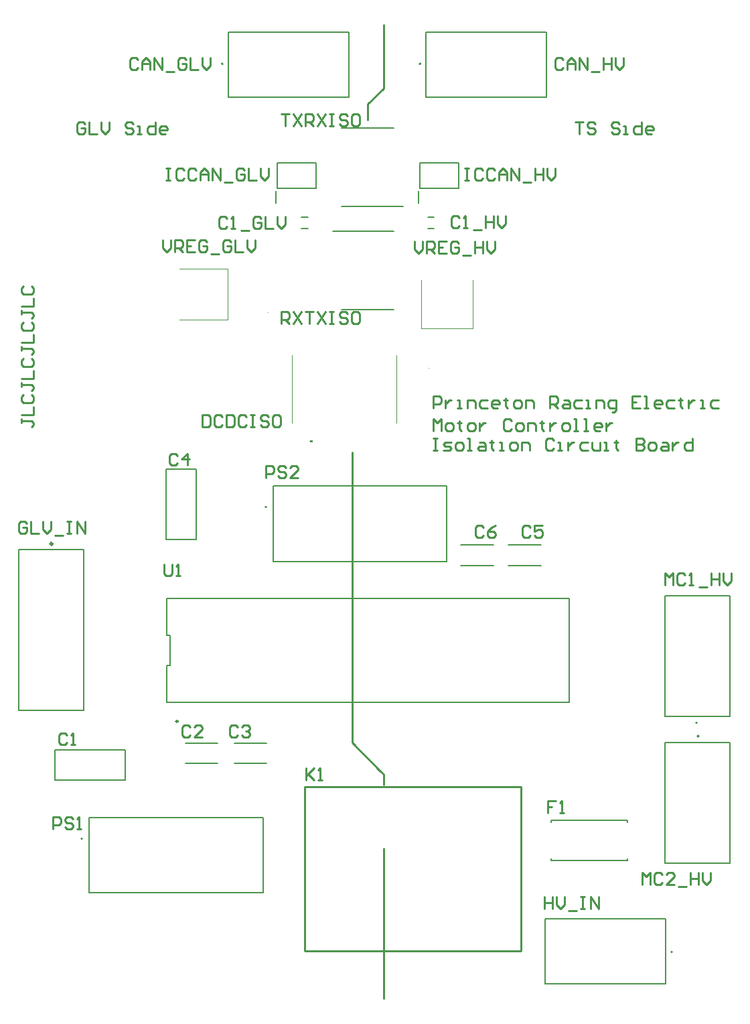
<source format=gto>
G04*
G04 #@! TF.GenerationSoftware,Altium Limited,Altium Designer,21.9.2 (33)*
G04*
G04 Layer_Color=65535*
%FSLAX43Y43*%
%MOMM*%
G71*
G04*
G04 #@! TF.SameCoordinates,8A64DE41-CE10-4B2C-A13A-6A112CDDCE5D*
G04*
G04*
G04 #@! TF.FilePolarity,Positive*
G04*
G01*
G75*
%ADD10C,0.300*%
%ADD11C,0.200*%
%ADD12C,0.068*%
%ADD13C,0.250*%
%ADD14C,0.254*%
%ADD15C,0.100*%
%ADD16C,0.127*%
D10*
X38900Y70400D02*
G03*
X38800Y70400I-50J0D01*
G01*
D02*
G03*
X38900Y70400I50J0D01*
G01*
X6150Y57470D02*
G03*
X6150Y57470I-150J0D01*
G01*
D11*
X52700Y118100D02*
G03*
X52700Y118100I-100J0D01*
G01*
X27700Y118100D02*
G03*
X27700Y118100I-100J0D01*
G01*
X87852Y33151D02*
G03*
X87852Y33151I-100J0D01*
G01*
X9929Y20217D02*
G03*
X9929Y20217I-100J0D01*
G01*
X87652Y34840D02*
G03*
X87652Y34840I-100J0D01*
G01*
X84500Y5900D02*
G03*
X84500Y5900I-100J0D01*
G01*
X33200Y62100D02*
G03*
X33200Y62100I-100J0D01*
G01*
X42700Y109950D02*
X49300D01*
X42700Y100050D02*
X50435D01*
X42700Y87050D02*
X49300D01*
X41565Y96950D02*
X49300D01*
X52420Y100525D02*
Y102050D01*
X52550Y102400D02*
X57450D01*
Y105600D01*
X52550D02*
X57450D01*
X52550Y102400D02*
Y105600D01*
X34420Y100525D02*
Y102050D01*
X34550Y102400D02*
X39450D01*
Y105600D01*
X34550D02*
X39450D01*
X34550Y102400D02*
Y105600D01*
X37600Y98750D02*
X38400D01*
X37600Y97250D02*
X38400D01*
X53600D02*
X54400D01*
X53600Y98750D02*
X54400D01*
X22947Y29697D02*
X27053D01*
X22947Y32303D02*
X27053D01*
X29123Y29697D02*
X33229D01*
X29123Y32303D02*
X33229D01*
X63771Y54697D02*
X67877D01*
X63771Y57303D02*
X67877D01*
X57771Y54697D02*
X61877D01*
X57771Y57303D02*
X61877D01*
X20495Y58005D02*
X24305D01*
X20495D02*
Y66895D01*
X24305D01*
Y58005D02*
Y66895D01*
X15326Y27633D02*
Y31443D01*
X6436Y27633D02*
X15326D01*
X6436D02*
Y31443D01*
X15326D01*
X20538Y37445D02*
Y42127D01*
X21038D01*
Y45873D01*
X20538D02*
X21038D01*
X20538D02*
Y50555D01*
X71462D01*
Y37445D02*
Y50555D01*
X20538Y37445D02*
X71462D01*
X69135Y22280D02*
Y22515D01*
Y17485D02*
Y17720D01*
Y17485D02*
X78865D01*
Y22280D02*
Y22515D01*
Y17485D02*
Y17720D01*
X69135Y22515D02*
X78865D01*
D12*
X33358Y86692D02*
G03*
X33426Y86692I34J0D01*
G01*
D02*
G03*
X33358Y86692I-34J0D01*
G01*
X53692Y79642D02*
G03*
X53692Y79574I0J-34D01*
G01*
D02*
G03*
X53692Y79642I0J34D01*
G01*
D13*
X21995Y35028D02*
G03*
X21995Y35028I-125J0D01*
G01*
D14*
X48000Y0D02*
Y19000D01*
Y27000D02*
Y28000D01*
X47627Y28743D02*
X48000Y28370D01*
Y28000D02*
Y28370D01*
X44000Y67661D02*
Y69000D01*
X46000Y111000D02*
Y113000D01*
X48000Y115000D02*
Y123000D01*
X46000Y113000D02*
X48000Y115000D01*
X44000Y34000D02*
Y67661D01*
Y32370D02*
X47627Y28743D01*
X44000Y32370D02*
Y34000D01*
X38050Y26750D02*
X65400D01*
X38050Y6050D02*
X65400D01*
Y26750D01*
X38050Y6050D02*
Y26750D01*
X54254Y74637D02*
Y76161D01*
X55016D01*
X55270Y75907D01*
Y75399D01*
X55016Y75145D01*
X54254D01*
X55778Y75653D02*
Y74637D01*
Y75145D01*
X56031Y75399D01*
X56285Y75653D01*
X56539D01*
X57301Y74637D02*
X57809D01*
X57555D01*
Y75653D01*
X57301D01*
X58571Y74637D02*
Y75653D01*
X59332D01*
X59586Y75399D01*
Y74637D01*
X61110Y75653D02*
X60348D01*
X60094Y75399D01*
Y74891D01*
X60348Y74637D01*
X61110D01*
X62379D02*
X61872D01*
X61618Y74891D01*
Y75399D01*
X61872Y75653D01*
X62379D01*
X62633Y75399D01*
Y75145D01*
X61618D01*
X63395Y75907D02*
Y75653D01*
X63141D01*
X63649D01*
X63395D01*
Y74891D01*
X63649Y74637D01*
X64665D02*
X65172D01*
X65426Y74891D01*
Y75399D01*
X65172Y75653D01*
X64665D01*
X64411Y75399D01*
Y74891D01*
X64665Y74637D01*
X65934D02*
Y75653D01*
X66696D01*
X66950Y75399D01*
Y74637D01*
X68981D02*
Y76161D01*
X69743D01*
X69997Y75907D01*
Y75399D01*
X69743Y75145D01*
X68981D01*
X69489D02*
X69997Y74637D01*
X70759Y75653D02*
X71267D01*
X71520Y75399D01*
Y74637D01*
X70759D01*
X70505Y74891D01*
X70759Y75145D01*
X71520D01*
X73044Y75653D02*
X72282D01*
X72028Y75399D01*
Y74891D01*
X72282Y74637D01*
X73044D01*
X73552D02*
X74060D01*
X73806D01*
Y75653D01*
X73552D01*
X74821Y74637D02*
Y75653D01*
X75583D01*
X75837Y75399D01*
Y74637D01*
X76853Y74130D02*
X77107D01*
X77361Y74384D01*
Y75653D01*
X76599D01*
X76345Y75399D01*
Y74891D01*
X76599Y74637D01*
X77361D01*
X80408Y76161D02*
X79392D01*
Y74637D01*
X80408D01*
X79392Y75399D02*
X79900D01*
X80915Y74637D02*
X81423D01*
X81169D01*
Y76161D01*
X80915D01*
X82947Y74637D02*
X82439D01*
X82185Y74891D01*
Y75399D01*
X82439Y75653D01*
X82947D01*
X83201Y75399D01*
Y75145D01*
X82185D01*
X84724Y75653D02*
X83962D01*
X83708Y75399D01*
Y74891D01*
X83962Y74637D01*
X84724D01*
X85486Y75907D02*
Y75653D01*
X85232D01*
X85740D01*
X85486D01*
Y74891D01*
X85740Y74637D01*
X86502Y75653D02*
Y74637D01*
Y75145D01*
X86755Y75399D01*
X87009Y75653D01*
X87263D01*
X88025Y74637D02*
X88533D01*
X88279D01*
Y75653D01*
X88025D01*
X90310D02*
X89549D01*
X89295Y75399D01*
Y74891D01*
X89549Y74637D01*
X90310D01*
X54254Y71692D02*
Y73215D01*
X54762Y72707D01*
X55270Y73215D01*
Y71692D01*
X56031D02*
X56539D01*
X56793Y71946D01*
Y72454D01*
X56539Y72707D01*
X56031D01*
X55778Y72454D01*
Y71946D01*
X56031Y71692D01*
X57555Y72961D02*
Y72707D01*
X57301D01*
X57809D01*
X57555D01*
Y71946D01*
X57809Y71692D01*
X58825D02*
X59332D01*
X59586Y71946D01*
Y72454D01*
X59332Y72707D01*
X58825D01*
X58571Y72454D01*
Y71946D01*
X58825Y71692D01*
X60094Y72707D02*
Y71692D01*
Y72200D01*
X60348Y72454D01*
X60602Y72707D01*
X60856D01*
X64157Y72961D02*
X63903Y73215D01*
X63395D01*
X63141Y72961D01*
Y71946D01*
X63395Y71692D01*
X63903D01*
X64157Y71946D01*
X64919Y71692D02*
X65426D01*
X65680Y71946D01*
Y72454D01*
X65426Y72707D01*
X64919D01*
X64665Y72454D01*
Y71946D01*
X64919Y71692D01*
X66188D02*
Y72707D01*
X66950D01*
X67204Y72454D01*
Y71692D01*
X67966Y72961D02*
Y72707D01*
X67712D01*
X68219D01*
X67966D01*
Y71946D01*
X68219Y71692D01*
X68981Y72707D02*
Y71692D01*
Y72200D01*
X69235Y72454D01*
X69489Y72707D01*
X69743D01*
X70759Y71692D02*
X71267D01*
X71520Y71946D01*
Y72454D01*
X71267Y72707D01*
X70759D01*
X70505Y72454D01*
Y71946D01*
X70759Y71692D01*
X72028D02*
X72536D01*
X72282D01*
Y73215D01*
X72028D01*
X73298Y71692D02*
X73806D01*
X73552D01*
Y73215D01*
X73298D01*
X75329Y71692D02*
X74821D01*
X74567Y71946D01*
Y72454D01*
X74821Y72707D01*
X75329D01*
X75583Y72454D01*
Y72200D01*
X74567D01*
X76091Y72707D02*
Y71692D01*
Y72200D01*
X76345Y72454D01*
X76599Y72707D01*
X76853D01*
X54254Y70778D02*
X54762D01*
X54508D01*
Y69254D01*
X54254D01*
X54762D01*
X55524D02*
X56285D01*
X56539Y69508D01*
X56285Y69762D01*
X55778D01*
X55524Y70016D01*
X55778Y70270D01*
X56539D01*
X57301Y69254D02*
X57809D01*
X58063Y69508D01*
Y70016D01*
X57809Y70270D01*
X57301D01*
X57047Y70016D01*
Y69508D01*
X57301Y69254D01*
X58571D02*
X59078D01*
X58825D01*
Y70778D01*
X58571D01*
X60094Y70270D02*
X60602D01*
X60856Y70016D01*
Y69254D01*
X60094D01*
X59840Y69508D01*
X60094Y69762D01*
X60856D01*
X61618Y70524D02*
Y70270D01*
X61364D01*
X61872D01*
X61618D01*
Y69508D01*
X61872Y69254D01*
X62633D02*
X63141D01*
X62887D01*
Y70270D01*
X62633D01*
X64157Y69254D02*
X64665D01*
X64919Y69508D01*
Y70016D01*
X64665Y70270D01*
X64157D01*
X63903Y70016D01*
Y69508D01*
X64157Y69254D01*
X65426D02*
Y70270D01*
X66188D01*
X66442Y70016D01*
Y69254D01*
X69489Y70524D02*
X69235Y70778D01*
X68727D01*
X68473Y70524D01*
Y69508D01*
X68727Y69254D01*
X69235D01*
X69489Y69508D01*
X69997Y69254D02*
X70505D01*
X70251D01*
Y70270D01*
X69997D01*
X71266D02*
Y69254D01*
Y69762D01*
X71520Y70016D01*
X71774Y70270D01*
X72028D01*
X73806D02*
X73044D01*
X72790Y70016D01*
Y69508D01*
X73044Y69254D01*
X73806D01*
X74314Y70270D02*
Y69508D01*
X74567Y69254D01*
X75329D01*
Y70270D01*
X75837Y69254D02*
X76345D01*
X76091D01*
Y70270D01*
X75837D01*
X77361Y70524D02*
Y70270D01*
X77107D01*
X77614D01*
X77361D01*
Y69508D01*
X77614Y69254D01*
X79900Y70778D02*
Y69254D01*
X80661D01*
X80915Y69508D01*
Y69762D01*
X80661Y70016D01*
X79900D01*
X80661D01*
X80915Y70270D01*
Y70524D01*
X80661Y70778D01*
X79900D01*
X81677Y69254D02*
X82185D01*
X82439Y69508D01*
Y70016D01*
X82185Y70270D01*
X81677D01*
X81423Y70016D01*
Y69508D01*
X81677Y69254D01*
X83201Y70270D02*
X83708D01*
X83962Y70016D01*
Y69254D01*
X83201D01*
X82947Y69508D01*
X83201Y69762D01*
X83962D01*
X84470Y70270D02*
Y69254D01*
Y69762D01*
X84724Y70016D01*
X84978Y70270D01*
X85232D01*
X87009Y70778D02*
Y69254D01*
X86248D01*
X85994Y69508D01*
Y70016D01*
X86248Y70270D01*
X87009D01*
X2222Y73270D02*
Y72762D01*
Y73016D01*
X3492D01*
X3746Y72762D01*
Y72508D01*
X3492Y72254D01*
X2222Y73778D02*
X3746D01*
Y74793D01*
X2476Y76317D02*
X2222Y76063D01*
Y75555D01*
X2476Y75301D01*
X3492D01*
X3746Y75555D01*
Y76063D01*
X3492Y76317D01*
X2222Y77840D02*
Y77332D01*
Y77586D01*
X3492D01*
X3746Y77332D01*
Y77078D01*
X3492Y76825D01*
X2222Y78348D02*
X3746D01*
Y79364D01*
X2476Y80887D02*
X2222Y80633D01*
Y80125D01*
X2476Y79872D01*
X3492D01*
X3746Y80125D01*
Y80633D01*
X3492Y80887D01*
X2222Y82411D02*
Y81903D01*
Y82157D01*
X3492D01*
X3746Y81903D01*
Y81649D01*
X3492Y81395D01*
X2222Y82919D02*
X3746D01*
Y83934D01*
X2476Y85458D02*
X2222Y85204D01*
Y84696D01*
X2476Y84442D01*
X3492D01*
X3746Y84696D01*
Y85204D01*
X3492Y85458D01*
X2222Y86981D02*
Y86473D01*
Y86727D01*
X3492D01*
X3746Y86473D01*
Y86219D01*
X3492Y85966D01*
X2222Y87489D02*
X3746D01*
Y88505D01*
X2476Y90028D02*
X2222Y89774D01*
Y89267D01*
X2476Y89013D01*
X3492D01*
X3746Y89267D01*
Y89774D01*
X3492Y90028D01*
X72254Y110778D02*
X73270D01*
X72762D01*
Y109254D01*
X74793Y110524D02*
X74539Y110778D01*
X74031D01*
X73778Y110524D01*
Y110270D01*
X74031Y110016D01*
X74539D01*
X74793Y109762D01*
Y109508D01*
X74539Y109254D01*
X74031D01*
X73778Y109508D01*
X77840Y110524D02*
X77586Y110778D01*
X77078D01*
X76825Y110524D01*
Y110270D01*
X77078Y110016D01*
X77586D01*
X77840Y109762D01*
Y109508D01*
X77586Y109254D01*
X77078D01*
X76825Y109508D01*
X78348Y109254D02*
X78856D01*
X78602D01*
Y110270D01*
X78348D01*
X80633Y110778D02*
Y109254D01*
X79872D01*
X79618Y109508D01*
Y110016D01*
X79872Y110270D01*
X80633D01*
X81903Y109254D02*
X81395D01*
X81141Y109508D01*
Y110016D01*
X81395Y110270D01*
X81903D01*
X82157Y110016D01*
Y109762D01*
X81141D01*
X10270Y110524D02*
X10016Y110778D01*
X9508D01*
X9254Y110524D01*
Y109508D01*
X9508Y109254D01*
X10016D01*
X10270Y109508D01*
Y110016D01*
X9762D01*
X10778Y110778D02*
Y109254D01*
X11793D01*
X12301Y110778D02*
Y109762D01*
X12809Y109254D01*
X13317Y109762D01*
Y110778D01*
X16364Y110524D02*
X16110Y110778D01*
X15602D01*
X15348Y110524D01*
Y110270D01*
X15602Y110016D01*
X16110D01*
X16364Y109762D01*
Y109508D01*
X16110Y109254D01*
X15602D01*
X15348Y109508D01*
X16872Y109254D02*
X17379D01*
X17125D01*
Y110270D01*
X16872D01*
X19157Y110778D02*
Y109254D01*
X18395D01*
X18141Y109508D01*
Y110016D01*
X18395Y110270D01*
X19157D01*
X20426Y109254D02*
X19919D01*
X19665Y109508D01*
Y110016D01*
X19919Y110270D01*
X20426D01*
X20680Y110016D01*
Y109762D01*
X19665D01*
X51943Y95707D02*
Y94691D01*
X52451Y94183D01*
X52959Y94691D01*
Y95707D01*
X53467Y94183D02*
Y95707D01*
X54228D01*
X54482Y95453D01*
Y94945D01*
X54228Y94691D01*
X53467D01*
X53974D02*
X54482Y94183D01*
X56006Y95707D02*
X54990D01*
Y94183D01*
X56006D01*
X54990Y94945D02*
X55498D01*
X57529Y95453D02*
X57275Y95707D01*
X56767D01*
X56514Y95453D01*
Y94437D01*
X56767Y94183D01*
X57275D01*
X57529Y94437D01*
Y94945D01*
X57021D01*
X58037Y93929D02*
X59053D01*
X59561Y95707D02*
Y94183D01*
Y94945D01*
X60576D01*
Y95707D01*
Y94183D01*
X61084Y95707D02*
Y94691D01*
X61592Y94183D01*
X62100Y94691D01*
Y95707D01*
X20091Y95834D02*
Y94818D01*
X20599Y94310D01*
X21107Y94818D01*
Y95834D01*
X21615Y94310D02*
Y95834D01*
X22377D01*
X22631Y95580D01*
Y95072D01*
X22377Y94818D01*
X21615D01*
X22123D02*
X22631Y94310D01*
X24154Y95834D02*
X23138D01*
Y94310D01*
X24154D01*
X23138Y95072D02*
X23646D01*
X25678Y95580D02*
X25424Y95834D01*
X24916D01*
X24662Y95580D01*
Y94564D01*
X24916Y94310D01*
X25424D01*
X25678Y94564D01*
Y95072D01*
X25170D01*
X26185Y94056D02*
X27201D01*
X28725Y95580D02*
X28471Y95834D01*
X27963D01*
X27709Y95580D01*
Y94564D01*
X27963Y94310D01*
X28471D01*
X28725Y94564D01*
Y95072D01*
X28217D01*
X29232Y95834D02*
Y94310D01*
X30248D01*
X30756Y95834D02*
Y94818D01*
X31264Y94310D01*
X31772Y94818D01*
Y95834D01*
X35049Y111762D02*
X36064D01*
X35556D01*
Y110238D01*
X36572Y111762D02*
X37588Y110238D01*
Y111762D02*
X36572Y110238D01*
X38096D02*
Y111762D01*
X38857D01*
X39111Y111508D01*
Y111000D01*
X38857Y110746D01*
X38096D01*
X38603D02*
X39111Y110238D01*
X39619Y111762D02*
X40635Y110238D01*
Y111762D02*
X39619Y110238D01*
X41143Y111762D02*
X41650D01*
X41397D01*
Y110238D01*
X41143D01*
X41650D01*
X43428Y111508D02*
X43174Y111762D01*
X42666D01*
X42412Y111508D01*
Y111254D01*
X42666Y111000D01*
X43174D01*
X43428Y110746D01*
Y110492D01*
X43174Y110238D01*
X42666D01*
X42412Y110492D01*
X44697Y111762D02*
X44190D01*
X43936Y111508D01*
Y110492D01*
X44190Y110238D01*
X44697D01*
X44951Y110492D01*
Y111508D01*
X44697Y111762D01*
X35049Y85238D02*
Y86762D01*
X35810D01*
X36064Y86508D01*
Y86000D01*
X35810Y85746D01*
X35049D01*
X35556D02*
X36064Y85238D01*
X36572Y86762D02*
X37588Y85238D01*
Y86762D02*
X36572Y85238D01*
X38096Y86762D02*
X39111D01*
X38603D01*
Y85238D01*
X39619Y86762D02*
X40635Y85238D01*
Y86762D02*
X39619Y85238D01*
X41143Y86762D02*
X41650D01*
X41397D01*
Y85238D01*
X41143D01*
X41650D01*
X43428Y86508D02*
X43174Y86762D01*
X42666D01*
X42412Y86508D01*
Y86254D01*
X42666Y86000D01*
X43174D01*
X43428Y85746D01*
Y85492D01*
X43174Y85238D01*
X42666D01*
X42412Y85492D01*
X44697Y86762D02*
X44190D01*
X43936Y86508D01*
Y85492D01*
X44190Y85238D01*
X44697D01*
X44951Y85492D01*
Y86508D01*
X44697Y86762D01*
X58287Y104889D02*
X58795D01*
X58541D01*
Y103365D01*
X58287D01*
X58795D01*
X60572Y104635D02*
X60318Y104889D01*
X59810D01*
X59556Y104635D01*
Y103619D01*
X59810Y103365D01*
X60318D01*
X60572Y103619D01*
X62096Y104635D02*
X61842Y104889D01*
X61334D01*
X61080Y104635D01*
Y103619D01*
X61334Y103365D01*
X61842D01*
X62096Y103619D01*
X62603Y103365D02*
Y104381D01*
X63111Y104889D01*
X63619Y104381D01*
Y103365D01*
Y104127D01*
X62603D01*
X64127Y103365D02*
Y104889D01*
X65143Y103365D01*
Y104889D01*
X65650Y103111D02*
X66666D01*
X67174Y104889D02*
Y103365D01*
Y104127D01*
X68190D01*
Y104889D01*
Y103365D01*
X68697Y104889D02*
Y103873D01*
X69205Y103365D01*
X69713Y103873D01*
Y104889D01*
X20525D02*
X21033D01*
X20779D01*
Y103365D01*
X20525D01*
X21033D01*
X22810Y104635D02*
X22556Y104889D01*
X22049D01*
X21795Y104635D01*
Y103619D01*
X22049Y103365D01*
X22556D01*
X22810Y103619D01*
X24334Y104635D02*
X24080Y104889D01*
X23572D01*
X23318Y104635D01*
Y103619D01*
X23572Y103365D01*
X24080D01*
X24334Y103619D01*
X24842Y103365D02*
Y104381D01*
X25350Y104889D01*
X25857Y104381D01*
Y103365D01*
Y104127D01*
X24842D01*
X26365Y103365D02*
Y104889D01*
X27381Y103365D01*
Y104889D01*
X27889Y103111D02*
X28904D01*
X30428Y104635D02*
X30174Y104889D01*
X29666D01*
X29412Y104635D01*
Y103619D01*
X29666Y103365D01*
X30174D01*
X30428Y103619D01*
Y104127D01*
X29920D01*
X30936Y104889D02*
Y103365D01*
X31951D01*
X32459Y104889D02*
Y103873D01*
X32967Y103365D01*
X33475Y103873D01*
Y104889D01*
X25049Y73762D02*
Y72238D01*
X25810D01*
X26064Y72492D01*
Y73508D01*
X25810Y73762D01*
X25049D01*
X27588Y73508D02*
X27334Y73762D01*
X26826D01*
X26572Y73508D01*
Y72492D01*
X26826Y72238D01*
X27334D01*
X27588Y72492D01*
X28096Y73762D02*
Y72238D01*
X28857D01*
X29111Y72492D01*
Y73508D01*
X28857Y73762D01*
X28096D01*
X30635Y73508D02*
X30381Y73762D01*
X29873D01*
X29619Y73508D01*
Y72492D01*
X29873Y72238D01*
X30381D01*
X30635Y72492D01*
X31143Y73762D02*
X31650D01*
X31397D01*
Y72238D01*
X31143D01*
X31650D01*
X33428Y73508D02*
X33174Y73762D01*
X32666D01*
X32412Y73508D01*
Y73254D01*
X32666Y73000D01*
X33174D01*
X33428Y72746D01*
Y72492D01*
X33174Y72238D01*
X32666D01*
X32412Y72492D01*
X34697Y73762D02*
X34190D01*
X33936Y73508D01*
Y72492D01*
X34190Y72238D01*
X34697D01*
X34951Y72492D01*
Y73508D01*
X34697Y73762D01*
X70699Y118635D02*
X70445Y118889D01*
X69937D01*
X69683Y118635D01*
Y117619D01*
X69937Y117365D01*
X70445D01*
X70699Y117619D01*
X71207Y117365D02*
Y118381D01*
X71715Y118889D01*
X72223Y118381D01*
Y117365D01*
Y118127D01*
X71207D01*
X72730Y117365D02*
Y118889D01*
X73746Y117365D01*
Y118889D01*
X74254Y117111D02*
X75270D01*
X75777Y118889D02*
Y117365D01*
Y118127D01*
X76793D01*
Y118889D01*
Y117365D01*
X77301Y118889D02*
Y117873D01*
X77809Y117365D01*
X78317Y117873D01*
Y118889D01*
X16937Y118635D02*
X16683Y118889D01*
X16176D01*
X15922Y118635D01*
Y117619D01*
X16176Y117365D01*
X16683D01*
X16937Y117619D01*
X17445Y117365D02*
Y118381D01*
X17953Y118889D01*
X18461Y118381D01*
Y117365D01*
Y118127D01*
X17445D01*
X18969Y117365D02*
Y118889D01*
X19984Y117365D01*
Y118889D01*
X20492Y117111D02*
X21508D01*
X23031Y118635D02*
X22777Y118889D01*
X22270D01*
X22016Y118635D01*
Y117619D01*
X22270Y117365D01*
X22777D01*
X23031Y117619D01*
Y118127D01*
X22524D01*
X23539Y118889D02*
Y117365D01*
X24555D01*
X25063Y118889D02*
Y117873D01*
X25571Y117365D01*
X26078Y117873D01*
Y118889D01*
X57588Y98635D02*
X57334Y98889D01*
X56826D01*
X56572Y98635D01*
Y97619D01*
X56826Y97365D01*
X57334D01*
X57588Y97619D01*
X58096Y97365D02*
X58603D01*
X58350D01*
Y98889D01*
X58096Y98635D01*
X59365Y97111D02*
X60381D01*
X60889Y98889D02*
Y97365D01*
Y98127D01*
X61904D01*
Y98889D01*
Y97365D01*
X62412Y98889D02*
Y97873D01*
X62920Y97365D01*
X63428Y97873D01*
Y98889D01*
X28236Y98576D02*
X27982Y98829D01*
X27474D01*
X27220Y98576D01*
Y97560D01*
X27474Y97306D01*
X27982D01*
X28236Y97560D01*
X28743Y97306D02*
X29251D01*
X28997D01*
Y98829D01*
X28743Y98576D01*
X30013Y97052D02*
X31029D01*
X32552Y98576D02*
X32298Y98829D01*
X31790D01*
X31537Y98576D01*
Y97560D01*
X31790Y97306D01*
X32298D01*
X32552Y97560D01*
Y98068D01*
X32044D01*
X33060Y98829D02*
Y97306D01*
X34076D01*
X34584Y98829D02*
Y97814D01*
X35091Y97306D01*
X35599Y97814D01*
Y98829D01*
X38176Y29159D02*
Y27635D01*
Y28143D01*
X39192Y29159D01*
X38430Y28397D01*
X39192Y27635D01*
X39700D02*
X40208D01*
X39954D01*
Y29159D01*
X39700Y28905D01*
X80683Y14365D02*
Y15889D01*
X81191Y15381D01*
X81699Y15889D01*
Y14365D01*
X83223Y15635D02*
X82969Y15889D01*
X82461D01*
X82207Y15635D01*
Y14619D01*
X82461Y14365D01*
X82969D01*
X83223Y14619D01*
X84746Y14365D02*
X83730D01*
X84746Y15381D01*
Y15635D01*
X84492Y15889D01*
X83984D01*
X83730Y15635D01*
X85254Y14111D02*
X86270D01*
X86777Y15889D02*
Y14365D01*
Y15127D01*
X87793D01*
Y15889D01*
Y14365D01*
X88301Y15889D02*
Y14873D01*
X88809Y14365D01*
X89317Y14873D01*
Y15889D01*
X83541Y52222D02*
Y53746D01*
X84048Y53238D01*
X84556Y53746D01*
Y52222D01*
X86080Y53492D02*
X85826Y53746D01*
X85318D01*
X85064Y53492D01*
Y52476D01*
X85318Y52222D01*
X85826D01*
X86080Y52476D01*
X86588Y52222D02*
X87095D01*
X86842D01*
Y53746D01*
X86588Y53492D01*
X87857Y51968D02*
X88873D01*
X89381Y53746D02*
Y52222D01*
Y52984D01*
X90396D01*
Y53746D01*
Y52222D01*
X90904Y53746D02*
Y52730D01*
X91412Y52222D01*
X91920Y52730D01*
Y53746D01*
X68301Y12903D02*
Y11379D01*
Y12141D01*
X69316D01*
Y12903D01*
Y11379D01*
X69824Y12903D02*
Y11887D01*
X70332Y11379D01*
X70840Y11887D01*
Y12903D01*
X71348Y11125D02*
X72363D01*
X72871Y12903D02*
X73379D01*
X73125D01*
Y11379D01*
X72871D01*
X73379D01*
X74141D02*
Y12903D01*
X75156Y11379D01*
Y12903D01*
X2895Y60045D02*
X2641Y60299D01*
X2134D01*
X1880Y60045D01*
Y59030D01*
X2134Y58776D01*
X2641D01*
X2895Y59030D01*
Y59537D01*
X2387D01*
X3403Y60299D02*
Y58776D01*
X4419D01*
X4927Y60299D02*
Y59283D01*
X5434Y58776D01*
X5942Y59283D01*
Y60299D01*
X6450Y58522D02*
X7466D01*
X7974Y60299D02*
X8481D01*
X8228D01*
Y58776D01*
X7974D01*
X8481D01*
X9243D02*
Y60299D01*
X10259Y58776D01*
Y60299D01*
X6221Y21405D02*
Y22929D01*
X6983D01*
X7237Y22675D01*
Y22167D01*
X6983Y21913D01*
X6221D01*
X8761Y22675D02*
X8507Y22929D01*
X7999D01*
X7745Y22675D01*
Y22421D01*
X7999Y22167D01*
X8507D01*
X8761Y21913D01*
Y21659D01*
X8507Y21405D01*
X7999D01*
X7745Y21659D01*
X9268Y21405D02*
X9776D01*
X9522D01*
Y22929D01*
X9268Y22675D01*
X33147Y65786D02*
Y67310D01*
X33909D01*
X34163Y67056D01*
Y66548D01*
X33909Y66294D01*
X33147D01*
X35686Y67056D02*
X35432Y67310D01*
X34924D01*
X34671Y67056D01*
Y66802D01*
X34924Y66548D01*
X35432D01*
X35686Y66294D01*
Y66040D01*
X35432Y65786D01*
X34924D01*
X34671Y66040D01*
X37210Y65786D02*
X36194D01*
X37210Y66802D01*
Y67056D01*
X36956Y67310D01*
X36448D01*
X36194Y67056D01*
X20269Y54914D02*
Y53645D01*
X20523Y53391D01*
X21031D01*
X21285Y53645D01*
Y54914D01*
X21793Y53391D02*
X22301D01*
X22047D01*
Y54914D01*
X21793Y54660D01*
X69773Y24993D02*
X68758D01*
Y24231D01*
X69266D01*
X68758D01*
Y23470D01*
X70281D02*
X70789D01*
X70535D01*
Y24993D01*
X70281Y24739D01*
X60638Y59508D02*
X60384Y59762D01*
X59876D01*
X59622Y59508D01*
Y58492D01*
X59876Y58238D01*
X60384D01*
X60638Y58492D01*
X62161Y59762D02*
X61653Y59508D01*
X61145Y59000D01*
Y58492D01*
X61399Y58238D01*
X61907D01*
X62161Y58492D01*
Y58746D01*
X61907Y59000D01*
X61145D01*
X66570Y59508D02*
X66316Y59762D01*
X65808D01*
X65554Y59508D01*
Y58492D01*
X65808Y58238D01*
X66316D01*
X66570Y58492D01*
X68093Y59762D02*
X67078D01*
Y59000D01*
X67586Y59254D01*
X67840D01*
X68093Y59000D01*
Y58492D01*
X67840Y58238D01*
X67332D01*
X67078Y58492D01*
X21920Y68630D02*
X21666Y68884D01*
X21158D01*
X20904Y68630D01*
Y67615D01*
X21158Y67361D01*
X21666D01*
X21920Y67615D01*
X23189Y67361D02*
Y68884D01*
X22428Y68123D01*
X23443D01*
X29587Y34287D02*
X29333Y34541D01*
X28825D01*
X28571Y34287D01*
Y33271D01*
X28825Y33017D01*
X29333D01*
X29587Y33271D01*
X30095Y34287D02*
X30349Y34541D01*
X30857D01*
X31111Y34287D01*
Y34033D01*
X30857Y33779D01*
X30603D01*
X30857D01*
X31111Y33525D01*
Y33271D01*
X30857Y33017D01*
X30349D01*
X30095Y33271D01*
X23546Y34307D02*
X23292Y34561D01*
X22784D01*
X22530Y34307D01*
Y33292D01*
X22784Y33038D01*
X23292D01*
X23546Y33292D01*
X25070Y33038D02*
X24054D01*
X25070Y34053D01*
Y34307D01*
X24816Y34561D01*
X24308D01*
X24054Y34307D01*
X8001Y33324D02*
X7747Y33578D01*
X7239D01*
X6985Y33324D01*
Y32309D01*
X7239Y32055D01*
X7747D01*
X8001Y32309D01*
X8509Y32055D02*
X9016D01*
X8762D01*
Y33578D01*
X8509Y33324D01*
D15*
X49600Y72750D02*
Y81250D01*
X36400Y72750D02*
Y81250D01*
X22210Y85750D02*
X28310D01*
Y92250D01*
X22210D02*
X28310D01*
X52750Y84690D02*
Y90790D01*
Y84690D02*
X59250D01*
Y90790D01*
D16*
X53380Y113900D02*
X68620D01*
Y122100D01*
X53380D02*
X68620D01*
X53380Y113900D02*
Y122100D01*
X28380Y113900D02*
X43620D01*
Y122100D01*
X28380D02*
X43620D01*
X28380Y113900D02*
Y122100D01*
X83552Y32371D02*
X91752D01*
Y17131D02*
Y32371D01*
X83552Y17131D02*
X91752D01*
X83552D02*
Y32371D01*
X10729Y13367D02*
Y22867D01*
Y13367D02*
X32729D01*
Y22867D01*
X10729D02*
X32729D01*
X91752Y35620D02*
Y50861D01*
X83552D02*
X91752D01*
X83552Y35620D02*
Y50861D01*
Y35620D02*
X91752D01*
X10100Y36380D02*
Y56700D01*
X1900Y36380D02*
X10100D01*
X1900D02*
Y56700D01*
X10100D01*
X83620Y1900D02*
Y10100D01*
X68380Y1900D02*
X83620D01*
X68380D02*
Y10100D01*
X83620D01*
X34000Y64750D02*
X56000D01*
Y55250D02*
Y64750D01*
X34000Y55250D02*
X56000D01*
X34000D02*
Y64750D01*
M02*

</source>
